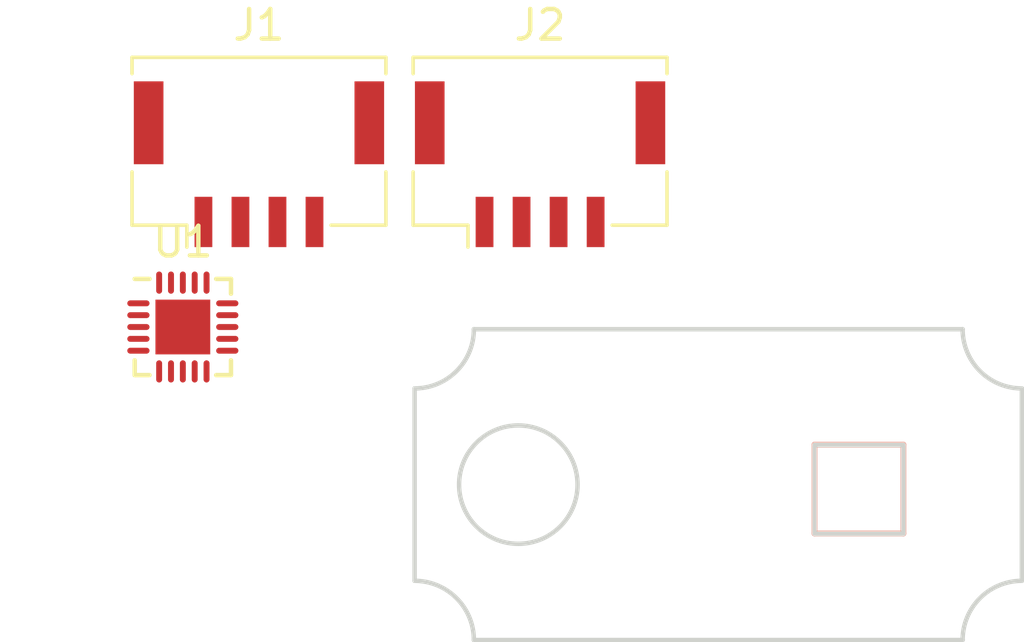
<source format=kicad_pcb>
(kicad_pcb (version 20171130) (host pcbnew 5.0.0-fee4fd1~65~ubuntu16.04.1)

  (general
    (thickness 1.6)
    (drawings 17)
    (tracks 0)
    (zones 0)
    (modules 3)
    (nets 29)
  )

  (page A4)
  (layers
    (0 F.Cu signal)
    (31 B.Cu signal)
    (32 B.Adhes user)
    (33 F.Adhes user)
    (34 B.Paste user)
    (35 F.Paste user)
    (36 B.SilkS user)
    (37 F.SilkS user)
    (38 B.Mask user)
    (39 F.Mask user)
    (40 Dwgs.User user)
    (41 Cmts.User user)
    (42 Eco1.User user)
    (43 Eco2.User user)
    (44 Edge.Cuts user)
    (45 Margin user)
    (46 B.CrtYd user)
    (47 F.CrtYd user)
    (48 B.Fab user)
    (49 F.Fab user)
  )

  (setup
    (last_trace_width 0.25)
    (trace_clearance 0.2)
    (zone_clearance 0.508)
    (zone_45_only no)
    (trace_min 0.2)
    (segment_width 0.2)
    (edge_width 0.15)
    (via_size 0.8)
    (via_drill 0.4)
    (via_min_size 0.4)
    (via_min_drill 0.3)
    (uvia_size 0.3)
    (uvia_drill 0.1)
    (uvias_allowed no)
    (uvia_min_size 0.2)
    (uvia_min_drill 0.1)
    (pcb_text_width 0.3)
    (pcb_text_size 1.5 1.5)
    (mod_edge_width 0.15)
    (mod_text_size 1 1)
    (mod_text_width 0.15)
    (pad_size 1.524 1.524)
    (pad_drill 0.762)
    (pad_to_mask_clearance 0.2)
    (aux_axis_origin 0 0)
    (visible_elements FFFFFF7F)
    (pcbplotparams
      (layerselection 0x010fc_ffffffff)
      (usegerberextensions false)
      (usegerberattributes false)
      (usegerberadvancedattributes false)
      (creategerberjobfile false)
      (excludeedgelayer true)
      (linewidth 0.100000)
      (plotframeref false)
      (viasonmask false)
      (mode 1)
      (useauxorigin false)
      (hpglpennumber 1)
      (hpglpenspeed 20)
      (hpglpendiameter 15.000000)
      (psnegative false)
      (psa4output false)
      (plotreference true)
      (plotvalue true)
      (plotinvisibletext false)
      (padsonsilk false)
      (subtractmaskfromsilk false)
      (outputformat 1)
      (mirror false)
      (drillshape 1)
      (scaleselection 1)
      (outputdirectory ""))
  )

  (net 0 "")
  (net 1 "Net-(J1-Pad1)")
  (net 2 "Net-(J1-Pad2)")
  (net 3 "Net-(J1-Pad3)")
  (net 4 "Net-(J1-Pad4)")
  (net 5 "Net-(J2-Pad4)")
  (net 6 "Net-(J2-Pad3)")
  (net 7 "Net-(J2-Pad2)")
  (net 8 "Net-(J2-Pad1)")
  (net 9 "Net-(U1-Pad1)")
  (net 10 "Net-(U1-Pad2)")
  (net 11 "Net-(U1-Pad3)")
  (net 12 "Net-(U1-Pad4)")
  (net 13 "Net-(U1-Pad5)")
  (net 14 "Net-(U1-Pad6)")
  (net 15 "Net-(U1-Pad7)")
  (net 16 "Net-(U1-Pad8)")
  (net 17 "Net-(U1-Pad9)")
  (net 18 "Net-(U1-Pad10)")
  (net 19 "Net-(U1-Pad11)")
  (net 20 "Net-(U1-Pad12)")
  (net 21 "Net-(U1-Pad13)")
  (net 22 "Net-(U1-Pad14)")
  (net 23 "Net-(U1-Pad15)")
  (net 24 "Net-(U1-Pad16)")
  (net 25 "Net-(U1-Pad17)")
  (net 26 "Net-(U1-Pad18)")
  (net 27 "Net-(U1-Pad19)")
  (net 28 "Net-(U1-Pad20)")

  (net_class Default "This is the default net class."
    (clearance 0.2)
    (trace_width 0.25)
    (via_dia 0.8)
    (via_drill 0.4)
    (uvia_dia 0.3)
    (uvia_drill 0.1)
    (add_net "Net-(J1-Pad1)")
    (add_net "Net-(J1-Pad2)")
    (add_net "Net-(J1-Pad3)")
    (add_net "Net-(J1-Pad4)")
    (add_net "Net-(J2-Pad1)")
    (add_net "Net-(J2-Pad2)")
    (add_net "Net-(J2-Pad3)")
    (add_net "Net-(J2-Pad4)")
    (add_net "Net-(U1-Pad1)")
    (add_net "Net-(U1-Pad10)")
    (add_net "Net-(U1-Pad11)")
    (add_net "Net-(U1-Pad12)")
    (add_net "Net-(U1-Pad13)")
    (add_net "Net-(U1-Pad14)")
    (add_net "Net-(U1-Pad15)")
    (add_net "Net-(U1-Pad16)")
    (add_net "Net-(U1-Pad17)")
    (add_net "Net-(U1-Pad18)")
    (add_net "Net-(U1-Pad19)")
    (add_net "Net-(U1-Pad2)")
    (add_net "Net-(U1-Pad20)")
    (add_net "Net-(U1-Pad3)")
    (add_net "Net-(U1-Pad4)")
    (add_net "Net-(U1-Pad5)")
    (add_net "Net-(U1-Pad6)")
    (add_net "Net-(U1-Pad7)")
    (add_net "Net-(U1-Pad8)")
    (add_net "Net-(U1-Pad9)")
  )

  (module Connector_Molex:Molex_CLIK-Mate_502382-0470_1x04-1MP_P1.25mm_Vertical (layer F.Cu) (tedit 5AA46ED0) (tstamp 5B6730C7)
    (at -5.254999 -5.574999)
    (descr "Molex CLIK-Mate series connector, 502382-0470 (http://www.molex.com/pdm_docs/sd/5023820270_sd.pdf), generated with kicad-footprint-generator")
    (tags "connector Molex CLIK-Mate side entry")
    (path /5B5B9114)
    (attr smd)
    (fp_text reference J1 (at 0 -4.7) (layer F.SilkS)
      (effects (font (size 1 1) (thickness 0.15)))
    )
    (fp_text value Conn_01x04_Male (at 0 4) (layer F.Fab)
      (effects (font (size 1 1) (thickness 0.15)))
    )
    (fp_line (start -4.175 1.95) (end 4.175 1.95) (layer F.Fab) (width 0.1))
    (fp_line (start -4.285 0.26) (end -4.285 2.06) (layer F.SilkS) (width 0.12))
    (fp_line (start -4.285 2.06) (end -2.435 2.06) (layer F.SilkS) (width 0.12))
    (fp_line (start -2.435 2.06) (end -2.435 2.8) (layer F.SilkS) (width 0.12))
    (fp_line (start 4.285 0.26) (end 4.285 2.06) (layer F.SilkS) (width 0.12))
    (fp_line (start 4.285 2.06) (end 2.435 2.06) (layer F.SilkS) (width 0.12))
    (fp_line (start -4.285 -3.06) (end -4.285 -3.61) (layer F.SilkS) (width 0.12))
    (fp_line (start -4.285 -3.61) (end 4.285 -3.61) (layer F.SilkS) (width 0.12))
    (fp_line (start 4.285 -3.61) (end 4.285 -3.06) (layer F.SilkS) (width 0.12))
    (fp_line (start -4.175 -3.5) (end 4.175 -3.5) (layer F.Fab) (width 0.1))
    (fp_line (start -4.175 1.95) (end -4.175 -3.5) (layer F.Fab) (width 0.1))
    (fp_line (start 4.175 1.95) (end 4.175 -3.5) (layer F.Fab) (width 0.1))
    (fp_line (start -4.72 -4) (end -4.72 3.3) (layer F.CrtYd) (width 0.05))
    (fp_line (start -4.72 3.3) (end 4.72 3.3) (layer F.CrtYd) (width 0.05))
    (fp_line (start 4.72 3.3) (end 4.72 -4) (layer F.CrtYd) (width 0.05))
    (fp_line (start 4.72 -4) (end -4.72 -4) (layer F.CrtYd) (width 0.05))
    (fp_line (start -2.375 1.95) (end -1.875 1.242893) (layer F.Fab) (width 0.1))
    (fp_line (start -1.875 1.242893) (end -1.375 1.95) (layer F.Fab) (width 0.1))
    (fp_text user %R (at 0 -0.77) (layer F.Fab)
      (effects (font (size 1 1) (thickness 0.15)))
    )
    (pad 1 smd rect (at -1.875 1.95) (size 0.6 1.7) (layers F.Cu F.Paste F.Mask)
      (net 1 "Net-(J1-Pad1)"))
    (pad 2 smd rect (at -0.625 1.95) (size 0.6 1.7) (layers F.Cu F.Paste F.Mask)
      (net 2 "Net-(J1-Pad2)"))
    (pad 3 smd rect (at 0.625 1.95) (size 0.6 1.7) (layers F.Cu F.Paste F.Mask)
      (net 3 "Net-(J1-Pad3)"))
    (pad 4 smd rect (at 1.875 1.95) (size 0.6 1.7) (layers F.Cu F.Paste F.Mask)
      (net 4 "Net-(J1-Pad4)"))
    (pad MP smd rect (at -3.725 -1.4) (size 1 2.8) (layers F.Cu F.Paste F.Mask))
    (pad MP smd rect (at 3.725 -1.4) (size 1 2.8) (layers F.Cu F.Paste F.Mask))
    (model ${KISYS3DMOD}/Connector_Molex.3dshapes/Molex_CLIK-Mate_502382-0470_1x04-1MP_P1.25mm_Vertical.wrl
      (at (xyz 0 0 0))
      (scale (xyz 1 1 1))
      (rotate (xyz 0 0 0))
    )
  )

  (module Connector_Molex:Molex_CLIK-Mate_502382-0470_1x04-1MP_P1.25mm_Vertical (layer F.Cu) (tedit 5AA46ED0) (tstamp 5B6730E4)
    (at 4.235001 -5.574999)
    (descr "Molex CLIK-Mate series connector, 502382-0470 (http://www.molex.com/pdm_docs/sd/5023820270_sd.pdf), generated with kicad-footprint-generator")
    (tags "connector Molex CLIK-Mate side entry")
    (path /5B5B91B1)
    (attr smd)
    (fp_text reference J2 (at 0 -4.7) (layer F.SilkS)
      (effects (font (size 1 1) (thickness 0.15)))
    )
    (fp_text value Conn_01x04_Male (at 0 4) (layer F.Fab)
      (effects (font (size 1 1) (thickness 0.15)))
    )
    (fp_text user %R (at 0 -0.77) (layer F.Fab)
      (effects (font (size 1 1) (thickness 0.15)))
    )
    (fp_line (start -1.875 1.242893) (end -1.375 1.95) (layer F.Fab) (width 0.1))
    (fp_line (start -2.375 1.95) (end -1.875 1.242893) (layer F.Fab) (width 0.1))
    (fp_line (start 4.72 -4) (end -4.72 -4) (layer F.CrtYd) (width 0.05))
    (fp_line (start 4.72 3.3) (end 4.72 -4) (layer F.CrtYd) (width 0.05))
    (fp_line (start -4.72 3.3) (end 4.72 3.3) (layer F.CrtYd) (width 0.05))
    (fp_line (start -4.72 -4) (end -4.72 3.3) (layer F.CrtYd) (width 0.05))
    (fp_line (start 4.175 1.95) (end 4.175 -3.5) (layer F.Fab) (width 0.1))
    (fp_line (start -4.175 1.95) (end -4.175 -3.5) (layer F.Fab) (width 0.1))
    (fp_line (start -4.175 -3.5) (end 4.175 -3.5) (layer F.Fab) (width 0.1))
    (fp_line (start 4.285 -3.61) (end 4.285 -3.06) (layer F.SilkS) (width 0.12))
    (fp_line (start -4.285 -3.61) (end 4.285 -3.61) (layer F.SilkS) (width 0.12))
    (fp_line (start -4.285 -3.06) (end -4.285 -3.61) (layer F.SilkS) (width 0.12))
    (fp_line (start 4.285 2.06) (end 2.435 2.06) (layer F.SilkS) (width 0.12))
    (fp_line (start 4.285 0.26) (end 4.285 2.06) (layer F.SilkS) (width 0.12))
    (fp_line (start -2.435 2.06) (end -2.435 2.8) (layer F.SilkS) (width 0.12))
    (fp_line (start -4.285 2.06) (end -2.435 2.06) (layer F.SilkS) (width 0.12))
    (fp_line (start -4.285 0.26) (end -4.285 2.06) (layer F.SilkS) (width 0.12))
    (fp_line (start -4.175 1.95) (end 4.175 1.95) (layer F.Fab) (width 0.1))
    (pad MP smd rect (at 3.725 -1.4) (size 1 2.8) (layers F.Cu F.Paste F.Mask))
    (pad MP smd rect (at -3.725 -1.4) (size 1 2.8) (layers F.Cu F.Paste F.Mask))
    (pad 4 smd rect (at 1.875 1.95) (size 0.6 1.7) (layers F.Cu F.Paste F.Mask)
      (net 5 "Net-(J2-Pad4)"))
    (pad 3 smd rect (at 0.625 1.95) (size 0.6 1.7) (layers F.Cu F.Paste F.Mask)
      (net 6 "Net-(J2-Pad3)"))
    (pad 2 smd rect (at -0.625 1.95) (size 0.6 1.7) (layers F.Cu F.Paste F.Mask)
      (net 7 "Net-(J2-Pad2)"))
    (pad 1 smd rect (at -1.875 1.95) (size 0.6 1.7) (layers F.Cu F.Paste F.Mask)
      (net 8 "Net-(J2-Pad1)"))
    (model ${KISYS3DMOD}/Connector_Molex.3dshapes/Molex_CLIK-Mate_502382-0470_1x04-1MP_P1.25mm_Vertical.wrl
      (at (xyz 0 0 0))
      (scale (xyz 1 1 1))
      (rotate (xyz 0 0 0))
    )
  )

  (module Package_DFN_QFN:UQFN-20-1EP_3x3mm_P0.4mm_EP1.85x1.85mm (layer F.Cu) (tedit 5A65D99C) (tstamp 5B673112)
    (at -7.824999 -0.074999)
    (descr "20-Lead Ultra Thin Plastic Quad Flat, No Lead Package (JP) - 3x3x0.50 mm Body [UQFN]; (see Microchip Packaging Specification 00000049BS.pdf)")
    (tags "QFN 0.4")
    (path /5B5B8CEA)
    (attr smd)
    (fp_text reference U1 (at 0 -2.875) (layer F.SilkS)
      (effects (font (size 1 1) (thickness 0.15)))
    )
    (fp_text value STM32L011F4Ux (at 0 2.875) (layer F.Fab)
      (effects (font (size 1 1) (thickness 0.15)))
    )
    (fp_text user %R (at 0 0) (layer F.Fab)
      (effects (font (size 0.7 0.7) (thickness 0.105)))
    )
    (fp_line (start -0.5 -1.5) (end 1.5 -1.5) (layer F.Fab) (width 0.15))
    (fp_line (start 1.5 -1.5) (end 1.5 1.5) (layer F.Fab) (width 0.15))
    (fp_line (start 1.5 1.5) (end -1.5 1.5) (layer F.Fab) (width 0.15))
    (fp_line (start -1.5 1.5) (end -1.5 -0.5) (layer F.Fab) (width 0.15))
    (fp_line (start -1.5 -0.5) (end -0.5 -1.5) (layer F.Fab) (width 0.15))
    (fp_line (start -2.15 -2.15) (end -2.15 2.15) (layer F.CrtYd) (width 0.05))
    (fp_line (start 2.15 -2.15) (end 2.15 2.15) (layer F.CrtYd) (width 0.05))
    (fp_line (start -2.15 -2.15) (end 2.15 -2.15) (layer F.CrtYd) (width 0.05))
    (fp_line (start -2.15 2.15) (end 2.15 2.15) (layer F.CrtYd) (width 0.05))
    (fp_line (start 1.625 -1.625) (end 1.625 -1.125) (layer F.SilkS) (width 0.15))
    (fp_line (start -1.625 1.625) (end -1.625 1.125) (layer F.SilkS) (width 0.15))
    (fp_line (start 1.625 1.625) (end 1.625 1.125) (layer F.SilkS) (width 0.15))
    (fp_line (start -1.625 -1.625) (end -1.125 -1.625) (layer F.SilkS) (width 0.15))
    (fp_line (start -1.625 1.625) (end -1.125 1.625) (layer F.SilkS) (width 0.15))
    (fp_line (start 1.625 1.625) (end 1.125 1.625) (layer F.SilkS) (width 0.15))
    (fp_line (start 1.625 -1.625) (end 1.125 -1.625) (layer F.SilkS) (width 0.15))
    (pad 1 smd oval (at -1.5 -0.8) (size 0.75 0.2) (layers F.Cu F.Paste F.Mask)
      (net 9 "Net-(U1-Pad1)"))
    (pad 2 smd oval (at -1.5 -0.4) (size 0.75 0.2) (layers F.Cu F.Paste F.Mask)
      (net 10 "Net-(U1-Pad2)"))
    (pad 3 smd oval (at -1.5 0) (size 0.75 0.2) (layers F.Cu F.Paste F.Mask)
      (net 11 "Net-(U1-Pad3)"))
    (pad 4 smd oval (at -1.5 0.4) (size 0.75 0.2) (layers F.Cu F.Paste F.Mask)
      (net 12 "Net-(U1-Pad4)"))
    (pad 5 smd oval (at -1.5 0.8) (size 0.75 0.2) (layers F.Cu F.Paste F.Mask)
      (net 13 "Net-(U1-Pad5)"))
    (pad 6 smd oval (at -0.8 1.5 90) (size 0.75 0.2) (layers F.Cu F.Paste F.Mask)
      (net 14 "Net-(U1-Pad6)"))
    (pad 7 smd oval (at -0.4 1.5 90) (size 0.75 0.2) (layers F.Cu F.Paste F.Mask)
      (net 15 "Net-(U1-Pad7)"))
    (pad 8 smd oval (at 0 1.5 90) (size 0.75 0.2) (layers F.Cu F.Paste F.Mask)
      (net 16 "Net-(U1-Pad8)"))
    (pad 9 smd oval (at 0.4 1.5 90) (size 0.75 0.2) (layers F.Cu F.Paste F.Mask)
      (net 17 "Net-(U1-Pad9)"))
    (pad 10 smd oval (at 0.8 1.5 90) (size 0.75 0.2) (layers F.Cu F.Paste F.Mask)
      (net 18 "Net-(U1-Pad10)"))
    (pad 11 smd oval (at 1.5 0.8) (size 0.75 0.2) (layers F.Cu F.Paste F.Mask)
      (net 19 "Net-(U1-Pad11)"))
    (pad 12 smd oval (at 1.5 0.4) (size 0.75 0.2) (layers F.Cu F.Paste F.Mask)
      (net 20 "Net-(U1-Pad12)"))
    (pad 13 smd oval (at 1.5 0) (size 0.75 0.2) (layers F.Cu F.Paste F.Mask)
      (net 21 "Net-(U1-Pad13)"))
    (pad 14 smd oval (at 1.5 -0.4) (size 0.75 0.2) (layers F.Cu F.Paste F.Mask)
      (net 22 "Net-(U1-Pad14)"))
    (pad 15 smd oval (at 1.5 -0.8) (size 0.75 0.2) (layers F.Cu F.Paste F.Mask)
      (net 23 "Net-(U1-Pad15)"))
    (pad 16 smd oval (at 0.8 -1.5 90) (size 0.75 0.2) (layers F.Cu F.Paste F.Mask)
      (net 24 "Net-(U1-Pad16)"))
    (pad 17 smd oval (at 0.4 -1.5 90) (size 0.75 0.2) (layers F.Cu F.Paste F.Mask)
      (net 25 "Net-(U1-Pad17)"))
    (pad 18 smd oval (at 0 -1.5 90) (size 0.75 0.2) (layers F.Cu F.Paste F.Mask)
      (net 26 "Net-(U1-Pad18)"))
    (pad 19 smd oval (at -0.4 -1.5 90) (size 0.75 0.2) (layers F.Cu F.Paste F.Mask)
      (net 27 "Net-(U1-Pad19)"))
    (pad 20 smd oval (at -0.8 -1.5 90) (size 0.75 0.2) (layers F.Cu F.Paste F.Mask)
      (net 28 "Net-(U1-Pad20)"))
    (pad "" smd rect (at 0.4625 0.4625) (size 0.74 0.74) (layers F.Paste))
    (pad 21 smd rect (at 0 0) (size 1.85 1.85) (layers F.Cu F.Mask))
    (pad "" smd rect (at -0.4625 0.4625) (size 0.74 0.74) (layers F.Paste))
    (pad "" smd rect (at -0.4625 -0.4625) (size 0.74 0.74) (layers F.Paste))
    (pad "" smd rect (at 0.4625 -0.4625) (size 0.74 0.74) (layers F.Paste))
    (model ${KISYS3DMOD}/Package_DFN_QFN.3dshapes/UQFN-20-1EP_3x3mm_P0.4mm_EP1.85x1.85mm.wrl
      (at (xyz 0 0 0))
      (scale (xyz 1 1 1))
      (rotate (xyz 0 0 0))
    )
  )

  (gr_line (start 13.5 6.9) (end 13.5 3.9) (layer B.SilkS) (width 0.2))
  (gr_line (start 16.5 6.9) (end 13.5 6.9) (layer B.SilkS) (width 0.2))
  (gr_line (start 16.5 3.9) (end 16.5 6.9) (layer B.SilkS) (width 0.2))
  (gr_line (start 13.5 3.9) (end 16.5 3.9) (layer B.SilkS) (width 0.2))
  (gr_line (start 16.5 6.91) (end 13.5 6.91) (layer Edge.Cuts) (width 0.15))
  (gr_line (start 13.5 3.91) (end 16.5 3.91) (layer Edge.Cuts) (width 0.15))
  (gr_line (start 13.5 3.91) (end 13.5 6.91) (layer Edge.Cuts) (width 0.15))
  (gr_line (start 16.5 3.91) (end 16.5 6.91) (layer Edge.Cuts) (width 0.15))
  (gr_circle (center 3.5 5.25) (end 5.5 5.25) (layer Edge.Cuts) (width 0.15))
  (gr_arc (start 0 0) (end 0 2) (angle -90) (layer Edge.Cuts) (width 0.15))
  (gr_arc (start 0 10.5) (end 2 10.5) (angle -90) (layer Edge.Cuts) (width 0.15))
  (gr_arc (start 20.5 10.5) (end 20.5 8.5) (angle -90) (layer Edge.Cuts) (width 0.15))
  (gr_arc (start 20.5 0) (end 18.5 0) (angle -90) (layer Edge.Cuts) (width 0.15))
  (gr_line (start 0 2) (end 0 8.5) (layer Edge.Cuts) (width 0.15))
  (gr_line (start 2 10.5) (end 18.5 10.5) (layer Edge.Cuts) (width 0.15))
  (gr_line (start 20.5 2) (end 20.5 8.5) (layer Edge.Cuts) (width 0.15))
  (gr_line (start 2 0) (end 18.5 0) (layer Edge.Cuts) (width 0.15))

)

</source>
